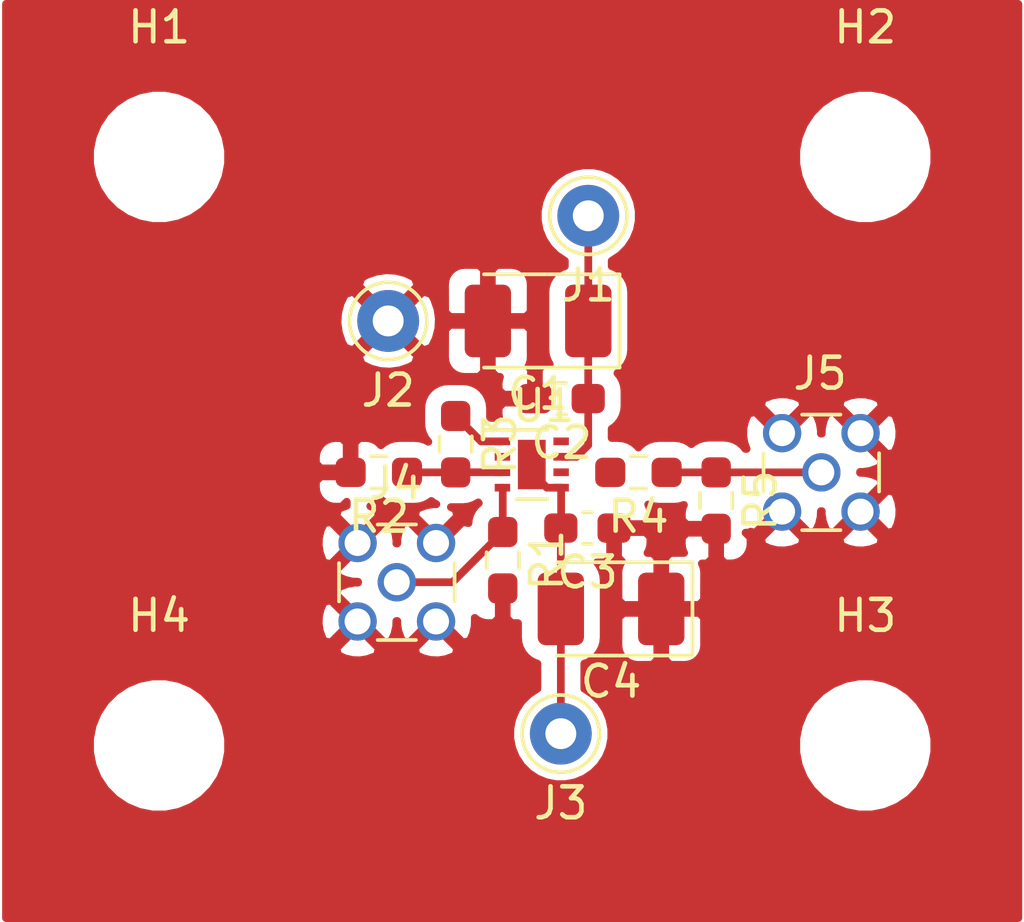
<source format=kicad_pcb>
(kicad_pcb (version 20171130) (host pcbnew "(5.1.9-0-10_14)")

  (general
    (thickness 1.6)
    (drawings 0)
    (tracks 26)
    (zones 0)
    (modules 19)
    (nets 9)
  )

  (page A4)
  (layers
    (0 F.Cu signal)
    (31 B.Cu signal)
    (32 B.Adhes user)
    (33 F.Adhes user)
    (34 B.Paste user)
    (35 F.Paste user)
    (36 B.SilkS user)
    (37 F.SilkS user)
    (38 B.Mask user)
    (39 F.Mask user)
    (40 Dwgs.User user)
    (41 Cmts.User user)
    (42 Eco1.User user)
    (43 Eco2.User user)
    (44 Edge.Cuts user)
    (45 Margin user)
    (46 B.CrtYd user)
    (47 F.CrtYd user)
    (48 B.Fab user)
    (49 F.Fab user)
  )

  (setup
    (last_trace_width 0.25)
    (trace_clearance 0.2)
    (zone_clearance 0.508)
    (zone_45_only no)
    (trace_min 0.2)
    (via_size 0.8)
    (via_drill 0.4)
    (via_min_size 0.4)
    (via_min_drill 0.3)
    (uvia_size 0.3)
    (uvia_drill 0.1)
    (uvias_allowed no)
    (uvia_min_size 0.2)
    (uvia_min_drill 0.1)
    (edge_width 0.05)
    (segment_width 0.2)
    (pcb_text_width 0.3)
    (pcb_text_size 1.5 1.5)
    (mod_edge_width 0.12)
    (mod_text_size 1 1)
    (mod_text_width 0.15)
    (pad_size 1.524 1.524)
    (pad_drill 0.762)
    (pad_to_mask_clearance 0)
    (aux_axis_origin 0 0)
    (visible_elements FFFFFF7F)
    (pcbplotparams
      (layerselection 0x010fc_ffffffff)
      (usegerberextensions false)
      (usegerberattributes true)
      (usegerberadvancedattributes true)
      (creategerberjobfile true)
      (excludeedgelayer true)
      (linewidth 0.100000)
      (plotframeref false)
      (viasonmask false)
      (mode 1)
      (useauxorigin false)
      (hpglpennumber 1)
      (hpglpenspeed 20)
      (hpglpendiameter 15.000000)
      (psnegative false)
      (psa4output false)
      (plotreference true)
      (plotvalue true)
      (plotinvisibletext false)
      (padsonsilk false)
      (subtractmaskfromsilk false)
      (outputformat 1)
      (mirror false)
      (drillshape 1)
      (scaleselection 1)
      (outputdirectory ""))
  )

  (net 0 "")
  (net 1 GND)
  (net 2 +2V5)
  (net 3 -2V5)
  (net 4 "Net-(J4-Pad1)")
  (net 5 "Net-(J5-Pad1)")
  (net 6 "Net-(R2-Pad1)")
  (net 7 "Net-(R3-Pad1)")
  (net 8 "Net-(R4-Pad2)")

  (net_class Default "This is the default net class."
    (clearance 0.2)
    (trace_width 0.25)
    (via_dia 0.8)
    (via_drill 0.4)
    (uvia_dia 0.3)
    (uvia_drill 0.1)
    (add_net +2V5)
    (add_net -2V5)
    (add_net GND)
    (add_net "Net-(J4-Pad1)")
    (add_net "Net-(J5-Pad1)")
    (add_net "Net-(R2-Pad1)")
    (add_net "Net-(R3-Pad1)")
    (add_net "Net-(R4-Pad2)")
  )

  (module Resistor_SMD:R_0603_1608Metric_Pad0.98x0.95mm_HandSolder (layer F.Cu) (tedit 5F68FEEE) (tstamp 60635F08)
    (at 114.554 106.3733 270)
    (descr "Resistor SMD 0603 (1608 Metric), square (rectangular) end terminal, IPC_7351 nominal with elongated pad for handsoldering. (Body size source: IPC-SM-782 page 72, https://www.pcb-3d.com/wordpress/wp-content/uploads/ipc-sm-782a_amendment_1_and_2.pdf), generated with kicad-footprint-generator")
    (tags "resistor handsolder")
    (path /606D5327)
    (attr smd)
    (fp_text reference R5 (at 0 -1.43 90) (layer F.SilkS)
      (effects (font (size 1 1) (thickness 0.15)))
    )
    (fp_text value 71.5R (at 0 1.43 90) (layer F.Fab)
      (effects (font (size 1 1) (thickness 0.15)))
    )
    (fp_line (start 1.65 0.73) (end -1.65 0.73) (layer F.CrtYd) (width 0.05))
    (fp_line (start 1.65 -0.73) (end 1.65 0.73) (layer F.CrtYd) (width 0.05))
    (fp_line (start -1.65 -0.73) (end 1.65 -0.73) (layer F.CrtYd) (width 0.05))
    (fp_line (start -1.65 0.73) (end -1.65 -0.73) (layer F.CrtYd) (width 0.05))
    (fp_line (start -0.254724 0.5225) (end 0.254724 0.5225) (layer F.SilkS) (width 0.12))
    (fp_line (start -0.254724 -0.5225) (end 0.254724 -0.5225) (layer F.SilkS) (width 0.12))
    (fp_line (start 0.8 0.4125) (end -0.8 0.4125) (layer F.Fab) (width 0.1))
    (fp_line (start 0.8 -0.4125) (end 0.8 0.4125) (layer F.Fab) (width 0.1))
    (fp_line (start -0.8 -0.4125) (end 0.8 -0.4125) (layer F.Fab) (width 0.1))
    (fp_line (start -0.8 0.4125) (end -0.8 -0.4125) (layer F.Fab) (width 0.1))
    (fp_text user %R (at 0 0 90) (layer F.Fab)
      (effects (font (size 0.4 0.4) (thickness 0.06)))
    )
    (pad 2 smd roundrect (at 0.9125 0 270) (size 0.975 0.95) (layers F.Cu F.Paste F.Mask) (roundrect_rratio 0.25)
      (net 1 GND))
    (pad 1 smd roundrect (at -0.9125 0 270) (size 0.975 0.95) (layers F.Cu F.Paste F.Mask) (roundrect_rratio 0.25)
      (net 5 "Net-(J5-Pad1)"))
    (model ${KISYS3DMOD}/Resistor_SMD.3dshapes/R_0603_1608Metric.wrl
      (at (xyz 0 0 0))
      (scale (xyz 1 1 1))
      (rotate (xyz 0 0 0))
    )
  )

  (module Resistor_SMD:R_0603_1608Metric_Pad0.98x0.95mm_HandSolder (layer F.Cu) (tedit 5F68FEEE) (tstamp 60635EF7)
    (at 112.0375 105.4608 180)
    (descr "Resistor SMD 0603 (1608 Metric), square (rectangular) end terminal, IPC_7351 nominal with elongated pad for handsoldering. (Body size source: IPC-SM-782 page 72, https://www.pcb-3d.com/wordpress/wp-content/uploads/ipc-sm-782a_amendment_1_and_2.pdf), generated with kicad-footprint-generator")
    (tags "resistor handsolder")
    (path /606D47F7)
    (attr smd)
    (fp_text reference R4 (at 0 -1.43) (layer F.SilkS)
      (effects (font (size 1 1) (thickness 0.15)))
    )
    (fp_text value 169R (at 0 1.43) (layer F.Fab)
      (effects (font (size 1 1) (thickness 0.15)))
    )
    (fp_line (start 1.65 0.73) (end -1.65 0.73) (layer F.CrtYd) (width 0.05))
    (fp_line (start 1.65 -0.73) (end 1.65 0.73) (layer F.CrtYd) (width 0.05))
    (fp_line (start -1.65 -0.73) (end 1.65 -0.73) (layer F.CrtYd) (width 0.05))
    (fp_line (start -1.65 0.73) (end -1.65 -0.73) (layer F.CrtYd) (width 0.05))
    (fp_line (start -0.254724 0.5225) (end 0.254724 0.5225) (layer F.SilkS) (width 0.12))
    (fp_line (start -0.254724 -0.5225) (end 0.254724 -0.5225) (layer F.SilkS) (width 0.12))
    (fp_line (start 0.8 0.4125) (end -0.8 0.4125) (layer F.Fab) (width 0.1))
    (fp_line (start 0.8 -0.4125) (end 0.8 0.4125) (layer F.Fab) (width 0.1))
    (fp_line (start -0.8 -0.4125) (end 0.8 -0.4125) (layer F.Fab) (width 0.1))
    (fp_line (start -0.8 0.4125) (end -0.8 -0.4125) (layer F.Fab) (width 0.1))
    (fp_text user %R (at 0 0) (layer F.Fab)
      (effects (font (size 0.4 0.4) (thickness 0.06)))
    )
    (pad 2 smd roundrect (at 0.9125 0 180) (size 0.975 0.95) (layers F.Cu F.Paste F.Mask) (roundrect_rratio 0.25)
      (net 8 "Net-(R4-Pad2)"))
    (pad 1 smd roundrect (at -0.9125 0 180) (size 0.975 0.95) (layers F.Cu F.Paste F.Mask) (roundrect_rratio 0.25)
      (net 5 "Net-(J5-Pad1)"))
    (model ${KISYS3DMOD}/Resistor_SMD.3dshapes/R_0603_1608Metric.wrl
      (at (xyz 0 0 0))
      (scale (xyz 1 1 1))
      (rotate (xyz 0 0 0))
    )
  )

  (module Resistor_SMD:R_0603_1608Metric_Pad0.98x0.95mm_HandSolder (layer F.Cu) (tedit 5F68FEEE) (tstamp 60635EE6)
    (at 106.1212 104.5483 270)
    (descr "Resistor SMD 0603 (1608 Metric), square (rectangular) end terminal, IPC_7351 nominal with elongated pad for handsoldering. (Body size source: IPC-SM-782 page 72, https://www.pcb-3d.com/wordpress/wp-content/uploads/ipc-sm-782a_amendment_1_and_2.pdf), generated with kicad-footprint-generator")
    (tags "resistor handsolder")
    (path /606D2D32)
    (attr smd)
    (fp_text reference R3 (at 0 -1.43 90) (layer F.SilkS)
      (effects (font (size 1 1) (thickness 0.15)))
    )
    (fp_text value 453R (at 0 1.43 90) (layer F.Fab)
      (effects (font (size 1 1) (thickness 0.15)))
    )
    (fp_line (start 1.65 0.73) (end -1.65 0.73) (layer F.CrtYd) (width 0.05))
    (fp_line (start 1.65 -0.73) (end 1.65 0.73) (layer F.CrtYd) (width 0.05))
    (fp_line (start -1.65 -0.73) (end 1.65 -0.73) (layer F.CrtYd) (width 0.05))
    (fp_line (start -1.65 0.73) (end -1.65 -0.73) (layer F.CrtYd) (width 0.05))
    (fp_line (start -0.254724 0.5225) (end 0.254724 0.5225) (layer F.SilkS) (width 0.12))
    (fp_line (start -0.254724 -0.5225) (end 0.254724 -0.5225) (layer F.SilkS) (width 0.12))
    (fp_line (start 0.8 0.4125) (end -0.8 0.4125) (layer F.Fab) (width 0.1))
    (fp_line (start 0.8 -0.4125) (end 0.8 0.4125) (layer F.Fab) (width 0.1))
    (fp_line (start -0.8 -0.4125) (end 0.8 -0.4125) (layer F.Fab) (width 0.1))
    (fp_line (start -0.8 0.4125) (end -0.8 -0.4125) (layer F.Fab) (width 0.1))
    (fp_text user %R (at 0 0 90) (layer F.Fab)
      (effects (font (size 0.4 0.4) (thickness 0.06)))
    )
    (pad 2 smd roundrect (at 0.9125 0 270) (size 0.975 0.95) (layers F.Cu F.Paste F.Mask) (roundrect_rratio 0.25)
      (net 6 "Net-(R2-Pad1)"))
    (pad 1 smd roundrect (at -0.9125 0 270) (size 0.975 0.95) (layers F.Cu F.Paste F.Mask) (roundrect_rratio 0.25)
      (net 7 "Net-(R3-Pad1)"))
    (model ${KISYS3DMOD}/Resistor_SMD.3dshapes/R_0603_1608Metric.wrl
      (at (xyz 0 0 0))
      (scale (xyz 1 1 1))
      (rotate (xyz 0 0 0))
    )
  )

  (module Resistor_SMD:R_0603_1608Metric_Pad0.98x0.95mm_HandSolder (layer F.Cu) (tedit 5F68FEEE) (tstamp 60635ED5)
    (at 103.6339 105.4608 180)
    (descr "Resistor SMD 0603 (1608 Metric), square (rectangular) end terminal, IPC_7351 nominal with elongated pad for handsoldering. (Body size source: IPC-SM-782 page 72, https://www.pcb-3d.com/wordpress/wp-content/uploads/ipc-sm-782a_amendment_1_and_2.pdf), generated with kicad-footprint-generator")
    (tags "resistor handsolder")
    (path /606D1023)
    (attr smd)
    (fp_text reference R2 (at 0 -1.43) (layer F.SilkS)
      (effects (font (size 1 1) (thickness 0.15)))
    )
    (fp_text value 75R (at 0 1.43) (layer F.Fab)
      (effects (font (size 1 1) (thickness 0.15)))
    )
    (fp_line (start 1.65 0.73) (end -1.65 0.73) (layer F.CrtYd) (width 0.05))
    (fp_line (start 1.65 -0.73) (end 1.65 0.73) (layer F.CrtYd) (width 0.05))
    (fp_line (start -1.65 -0.73) (end 1.65 -0.73) (layer F.CrtYd) (width 0.05))
    (fp_line (start -1.65 0.73) (end -1.65 -0.73) (layer F.CrtYd) (width 0.05))
    (fp_line (start -0.254724 0.5225) (end 0.254724 0.5225) (layer F.SilkS) (width 0.12))
    (fp_line (start -0.254724 -0.5225) (end 0.254724 -0.5225) (layer F.SilkS) (width 0.12))
    (fp_line (start 0.8 0.4125) (end -0.8 0.4125) (layer F.Fab) (width 0.1))
    (fp_line (start 0.8 -0.4125) (end 0.8 0.4125) (layer F.Fab) (width 0.1))
    (fp_line (start -0.8 -0.4125) (end 0.8 -0.4125) (layer F.Fab) (width 0.1))
    (fp_line (start -0.8 0.4125) (end -0.8 -0.4125) (layer F.Fab) (width 0.1))
    (fp_text user %R (at 0 0) (layer F.Fab)
      (effects (font (size 0.4 0.4) (thickness 0.06)))
    )
    (pad 2 smd roundrect (at 0.9125 0 180) (size 0.975 0.95) (layers F.Cu F.Paste F.Mask) (roundrect_rratio 0.25)
      (net 1 GND))
    (pad 1 smd roundrect (at -0.9125 0 180) (size 0.975 0.95) (layers F.Cu F.Paste F.Mask) (roundrect_rratio 0.25)
      (net 6 "Net-(R2-Pad1)"))
    (model ${KISYS3DMOD}/Resistor_SMD.3dshapes/R_0603_1608Metric.wrl
      (at (xyz 0 0 0))
      (scale (xyz 1 1 1))
      (rotate (xyz 0 0 0))
    )
  )

  (module Resistor_SMD:R_0603_1608Metric_Pad0.98x0.95mm_HandSolder (layer F.Cu) (tedit 5F68FEEE) (tstamp 60635EC4)
    (at 107.6452 108.3037 270)
    (descr "Resistor SMD 0603 (1608 Metric), square (rectangular) end terminal, IPC_7351 nominal with elongated pad for handsoldering. (Body size source: IPC-SM-782 page 72, https://www.pcb-3d.com/wordpress/wp-content/uploads/ipc-sm-782a_amendment_1_and_2.pdf), generated with kicad-footprint-generator")
    (tags "resistor handsolder")
    (path /606CDEB8)
    (attr smd)
    (fp_text reference R1 (at 0 -1.43 90) (layer F.SilkS)
      (effects (font (size 1 1) (thickness 0.15)))
    )
    (fp_text value 50R (at 0 1.43 90) (layer F.Fab)
      (effects (font (size 1 1) (thickness 0.15)))
    )
    (fp_line (start 1.65 0.73) (end -1.65 0.73) (layer F.CrtYd) (width 0.05))
    (fp_line (start 1.65 -0.73) (end 1.65 0.73) (layer F.CrtYd) (width 0.05))
    (fp_line (start -1.65 -0.73) (end 1.65 -0.73) (layer F.CrtYd) (width 0.05))
    (fp_line (start -1.65 0.73) (end -1.65 -0.73) (layer F.CrtYd) (width 0.05))
    (fp_line (start -0.254724 0.5225) (end 0.254724 0.5225) (layer F.SilkS) (width 0.12))
    (fp_line (start -0.254724 -0.5225) (end 0.254724 -0.5225) (layer F.SilkS) (width 0.12))
    (fp_line (start 0.8 0.4125) (end -0.8 0.4125) (layer F.Fab) (width 0.1))
    (fp_line (start 0.8 -0.4125) (end 0.8 0.4125) (layer F.Fab) (width 0.1))
    (fp_line (start -0.8 -0.4125) (end 0.8 -0.4125) (layer F.Fab) (width 0.1))
    (fp_line (start -0.8 0.4125) (end -0.8 -0.4125) (layer F.Fab) (width 0.1))
    (fp_text user %R (at 0 0 90) (layer F.Fab)
      (effects (font (size 0.4 0.4) (thickness 0.06)))
    )
    (pad 2 smd roundrect (at 0.9125 0 270) (size 0.975 0.95) (layers F.Cu F.Paste F.Mask) (roundrect_rratio 0.25)
      (net 1 GND))
    (pad 1 smd roundrect (at -0.9125 0 270) (size 0.975 0.95) (layers F.Cu F.Paste F.Mask) (roundrect_rratio 0.25)
      (net 4 "Net-(J4-Pad1)"))
    (model ${KISYS3DMOD}/Resistor_SMD.3dshapes/R_0603_1608Metric.wrl
      (at (xyz 0 0 0))
      (scale (xyz 1 1 1))
      (rotate (xyz 0 0 0))
    )
  )

  (module Connector_Coaxial:MMCX_Molex_73415-1471_Vertical (layer F.Cu) (tedit 5B4273E9) (tstamp 60635EB3)
    (at 117.9576 105.4608)
    (descr http://www.molex.com/pdm_docs/sd/734151471_sd.pdf)
    (tags "Molex MMCX Coaxial Connector 50 ohms Female Jack Vertical THT")
    (path /6069E75F)
    (fp_text reference J5 (at -0.04 -3.2) (layer F.SilkS)
      (effects (font (size 1 1) (thickness 0.15)))
    )
    (fp_text value Conn_Coaxial (at 0 3.2) (layer F.Fab)
      (effects (font (size 1 1) (thickness 0.15)))
    )
    (fp_line (start 0.62 1.87) (end -0.62 1.87) (layer F.SilkS) (width 0.12))
    (fp_line (start 0.62 -1.87) (end -0.62 -1.87) (layer F.SilkS) (width 0.12))
    (fp_line (start -1.87 0.62) (end -1.87 -0.62) (layer F.SilkS) (width 0.12))
    (fp_line (start -2.39 2.39) (end -2.39 -2.39) (layer F.CrtYd) (width 0.05))
    (fp_line (start 1.87 0.62) (end 1.87 -0.62) (layer F.SilkS) (width 0.12))
    (fp_line (start -1.755 1.755) (end 1.755 1.755) (layer F.Fab) (width 0.1))
    (fp_line (start -1.755 -1.755) (end 1.755 -1.755) (layer F.Fab) (width 0.1))
    (fp_line (start 1.755 -1.755) (end 1.755 1.755) (layer F.Fab) (width 0.1))
    (fp_line (start -1.755 -1.755) (end -1.755 1.755) (layer F.Fab) (width 0.1))
    (fp_line (start 2.39 2.39) (end 2.39 -2.39) (layer F.CrtYd) (width 0.05))
    (fp_line (start -2.39 -2.39) (end 2.39 -2.39) (layer F.CrtYd) (width 0.05))
    (fp_line (start -2.39 2.39) (end 2.39 2.39) (layer F.CrtYd) (width 0.05))
    (fp_text user %R (at 0 0) (layer F.Fab)
      (effects (font (size 0.8 0.8) (thickness 0.12)))
    )
    (pad 2 thru_hole circle (at -1.27 1.27) (size 1.24 1.24) (drill 0.84) (layers *.Cu *.Mask)
      (net 1 GND))
    (pad 2 thru_hole circle (at 1.27 -1.27) (size 1.24 1.24) (drill 0.84) (layers *.Cu *.Mask)
      (net 1 GND))
    (pad 2 thru_hole circle (at 1.27 1.27) (size 1.24 1.24) (drill 0.84) (layers *.Cu *.Mask)
      (net 1 GND))
    (pad 2 thru_hole circle (at -1.27 -1.27) (size 1.24 1.24) (drill 0.84) (layers *.Cu *.Mask)
      (net 1 GND))
    (pad 1 thru_hole circle (at 0 0) (size 1.24 1.24) (drill 0.84) (layers *.Cu *.Mask)
      (net 5 "Net-(J5-Pad1)"))
    (model ${KISYS3DMOD}/Connector_Coaxial.3dshapes/MMCX_Molex_73415-1471_Vertical.wrl
      (at (xyz 0 0 0))
      (scale (xyz 1 1 1))
      (rotate (xyz 0 0 0))
    )
  )

  (module Connector_Coaxial:MMCX_Molex_73415-1471_Vertical (layer F.Cu) (tedit 5B4273E9) (tstamp 60635E9D)
    (at 104.2162 109.0168)
    (descr http://www.molex.com/pdm_docs/sd/734151471_sd.pdf)
    (tags "Molex MMCX Coaxial Connector 50 ohms Female Jack Vertical THT")
    (path /6069F38D)
    (fp_text reference J4 (at -0.04 -3.2) (layer F.SilkS)
      (effects (font (size 1 1) (thickness 0.15)))
    )
    (fp_text value Conn_Coaxial (at 0 3.2) (layer F.Fab)
      (effects (font (size 1 1) (thickness 0.15)))
    )
    (fp_line (start 0.62 1.87) (end -0.62 1.87) (layer F.SilkS) (width 0.12))
    (fp_line (start 0.62 -1.87) (end -0.62 -1.87) (layer F.SilkS) (width 0.12))
    (fp_line (start -1.87 0.62) (end -1.87 -0.62) (layer F.SilkS) (width 0.12))
    (fp_line (start -2.39 2.39) (end -2.39 -2.39) (layer F.CrtYd) (width 0.05))
    (fp_line (start 1.87 0.62) (end 1.87 -0.62) (layer F.SilkS) (width 0.12))
    (fp_line (start -1.755 1.755) (end 1.755 1.755) (layer F.Fab) (width 0.1))
    (fp_line (start -1.755 -1.755) (end 1.755 -1.755) (layer F.Fab) (width 0.1))
    (fp_line (start 1.755 -1.755) (end 1.755 1.755) (layer F.Fab) (width 0.1))
    (fp_line (start -1.755 -1.755) (end -1.755 1.755) (layer F.Fab) (width 0.1))
    (fp_line (start 2.39 2.39) (end 2.39 -2.39) (layer F.CrtYd) (width 0.05))
    (fp_line (start -2.39 -2.39) (end 2.39 -2.39) (layer F.CrtYd) (width 0.05))
    (fp_line (start -2.39 2.39) (end 2.39 2.39) (layer F.CrtYd) (width 0.05))
    (fp_text user %R (at 0 0) (layer F.Fab)
      (effects (font (size 0.8 0.8) (thickness 0.12)))
    )
    (pad 2 thru_hole circle (at -1.27 1.27) (size 1.24 1.24) (drill 0.84) (layers *.Cu *.Mask)
      (net 1 GND))
    (pad 2 thru_hole circle (at 1.27 -1.27) (size 1.24 1.24) (drill 0.84) (layers *.Cu *.Mask)
      (net 1 GND))
    (pad 2 thru_hole circle (at 1.27 1.27) (size 1.24 1.24) (drill 0.84) (layers *.Cu *.Mask)
      (net 1 GND))
    (pad 2 thru_hole circle (at -1.27 -1.27) (size 1.24 1.24) (drill 0.84) (layers *.Cu *.Mask)
      (net 1 GND))
    (pad 1 thru_hole circle (at 0 0) (size 1.24 1.24) (drill 0.84) (layers *.Cu *.Mask)
      (net 4 "Net-(J4-Pad1)"))
    (model ${KISYS3DMOD}/Connector_Coaxial.3dshapes/MMCX_Molex_73415-1471_Vertical.wrl
      (at (xyz 0 0 0))
      (scale (xyz 1 1 1))
      (rotate (xyz 0 0 0))
    )
  )

  (module Connector_Pin:Pin_D1.0mm_L10.0mm (layer F.Cu) (tedit 5A1DC084) (tstamp 60635E87)
    (at 109.5248 113.919)
    (descr "solder Pin_ diameter 1.0mm, hole diameter 1.0mm (press fit), length 10.0mm")
    (tags "solder Pin_ press fit")
    (path /606E9E1F)
    (fp_text reference J3 (at 0 2.25) (layer F.SilkS)
      (effects (font (size 1 1) (thickness 0.15)))
    )
    (fp_text value -2.5VIN (at 0 -2.05) (layer F.Fab)
      (effects (font (size 1 1) (thickness 0.15)))
    )
    (fp_circle (center 0 0) (end 1.25 0.05) (layer F.SilkS) (width 0.12))
    (fp_circle (center 0 0) (end 1 0) (layer F.Fab) (width 0.12))
    (fp_circle (center 0 0) (end 0.5 0) (layer F.Fab) (width 0.12))
    (fp_circle (center 0 0) (end 1.5 0) (layer F.CrtYd) (width 0.05))
    (fp_text user %R (at 0 2.25) (layer F.Fab)
      (effects (font (size 1 1) (thickness 0.15)))
    )
    (pad 1 thru_hole circle (at 0 0) (size 2 2) (drill 1) (layers *.Cu *.Mask)
      (net 3 -2V5))
    (model ${KISYS3DMOD}/Connector_Pin.3dshapes/Pin_D1.0mm_L10.0mm.wrl
      (at (xyz 0 0 0))
      (scale (xyz 1 1 1))
      (rotate (xyz 0 0 0))
    )
  )

  (module Connector_Pin:Pin_D1.0mm_L10.0mm (layer F.Cu) (tedit 5A1DC084) (tstamp 60635E7D)
    (at 103.9368 100.5586)
    (descr "solder Pin_ diameter 1.0mm, hole diameter 1.0mm (press fit), length 10.0mm")
    (tags "solder Pin_ press fit")
    (path /60658945)
    (fp_text reference J2 (at 0 2.25) (layer F.SilkS)
      (effects (font (size 1 1) (thickness 0.15)))
    )
    (fp_text value GND (at 0 -2.05) (layer F.Fab)
      (effects (font (size 1 1) (thickness 0.15)))
    )
    (fp_circle (center 0 0) (end 1.25 0.05) (layer F.SilkS) (width 0.12))
    (fp_circle (center 0 0) (end 1 0) (layer F.Fab) (width 0.12))
    (fp_circle (center 0 0) (end 0.5 0) (layer F.Fab) (width 0.12))
    (fp_circle (center 0 0) (end 1.5 0) (layer F.CrtYd) (width 0.05))
    (fp_text user %R (at 0 2.25) (layer F.Fab)
      (effects (font (size 1 1) (thickness 0.15)))
    )
    (pad 1 thru_hole circle (at 0 0) (size 2 2) (drill 1) (layers *.Cu *.Mask)
      (net 1 GND))
    (model ${KISYS3DMOD}/Connector_Pin.3dshapes/Pin_D1.0mm_L10.0mm.wrl
      (at (xyz 0 0 0))
      (scale (xyz 1 1 1))
      (rotate (xyz 0 0 0))
    )
  )

  (module Connector_Pin:Pin_D1.0mm_L10.0mm (layer F.Cu) (tedit 5A1DC084) (tstamp 60635E73)
    (at 110.4138 97.155)
    (descr "solder Pin_ diameter 1.0mm, hole diameter 1.0mm (press fit), length 10.0mm")
    (tags "solder Pin_ press fit")
    (path /6065893F)
    (fp_text reference J1 (at 0 2.25) (layer F.SilkS)
      (effects (font (size 1 1) (thickness 0.15)))
    )
    (fp_text value +2.5VIN (at 0 -2.05) (layer F.Fab)
      (effects (font (size 1 1) (thickness 0.15)))
    )
    (fp_circle (center 0 0) (end 1.25 0.05) (layer F.SilkS) (width 0.12))
    (fp_circle (center 0 0) (end 1 0) (layer F.Fab) (width 0.12))
    (fp_circle (center 0 0) (end 0.5 0) (layer F.Fab) (width 0.12))
    (fp_circle (center 0 0) (end 1.5 0) (layer F.CrtYd) (width 0.05))
    (fp_text user %R (at 0 2.25) (layer F.Fab)
      (effects (font (size 1 1) (thickness 0.15)))
    )
    (pad 1 thru_hole circle (at 0 0) (size 2 2) (drill 1) (layers *.Cu *.Mask)
      (net 2 +2V5))
    (model ${KISYS3DMOD}/Connector_Pin.3dshapes/Pin_D1.0mm_L10.0mm.wrl
      (at (xyz 0 0 0))
      (scale (xyz 1 1 1))
      (rotate (xyz 0 0 0))
    )
  )

  (module MountingHole:MountingHole_3.2mm_M3 (layer F.Cu) (tedit 56D1B4CB) (tstamp 60635E69)
    (at 96.52 114.3)
    (descr "Mounting Hole 3.2mm, no annular, M3")
    (tags "mounting hole 3.2mm no annular m3")
    (path /60658911)
    (attr virtual)
    (fp_text reference H4 (at 0 -4.2) (layer F.SilkS)
      (effects (font (size 1 1) (thickness 0.15)))
    )
    (fp_text value MountingHole (at 0 4.2) (layer F.Fab)
      (effects (font (size 1 1) (thickness 0.15)))
    )
    (fp_circle (center 0 0) (end 3.45 0) (layer F.CrtYd) (width 0.05))
    (fp_circle (center 0 0) (end 3.2 0) (layer Cmts.User) (width 0.15))
    (fp_text user %R (at 0.3 0) (layer F.Fab)
      (effects (font (size 1 1) (thickness 0.15)))
    )
    (pad 1 np_thru_hole circle (at 0 0) (size 3.2 3.2) (drill 3.2) (layers *.Cu *.Mask))
  )

  (module MountingHole:MountingHole_3.2mm_M3 (layer F.Cu) (tedit 56D1B4CB) (tstamp 60635E61)
    (at 119.38 114.3)
    (descr "Mounting Hole 3.2mm, no annular, M3")
    (tags "mounting hole 3.2mm no annular m3")
    (path /60658905)
    (attr virtual)
    (fp_text reference H3 (at 0 -4.2) (layer F.SilkS)
      (effects (font (size 1 1) (thickness 0.15)))
    )
    (fp_text value MountingHole (at 0 4.2) (layer F.Fab)
      (effects (font (size 1 1) (thickness 0.15)))
    )
    (fp_circle (center 0 0) (end 3.45 0) (layer F.CrtYd) (width 0.05))
    (fp_circle (center 0 0) (end 3.2 0) (layer Cmts.User) (width 0.15))
    (fp_text user %R (at 0.3 0) (layer F.Fab)
      (effects (font (size 1 1) (thickness 0.15)))
    )
    (pad 1 np_thru_hole circle (at 0 0) (size 3.2 3.2) (drill 3.2) (layers *.Cu *.Mask))
  )

  (module MountingHole:MountingHole_3.2mm_M3 (layer F.Cu) (tedit 56D1B4CB) (tstamp 60635E59)
    (at 119.38 95.25)
    (descr "Mounting Hole 3.2mm, no annular, M3")
    (tags "mounting hole 3.2mm no annular m3")
    (path /6065890B)
    (attr virtual)
    (fp_text reference H2 (at 0 -4.2) (layer F.SilkS)
      (effects (font (size 1 1) (thickness 0.15)))
    )
    (fp_text value MountingHole (at 0 4.2) (layer F.Fab)
      (effects (font (size 1 1) (thickness 0.15)))
    )
    (fp_circle (center 0 0) (end 3.45 0) (layer F.CrtYd) (width 0.05))
    (fp_circle (center 0 0) (end 3.2 0) (layer Cmts.User) (width 0.15))
    (fp_text user %R (at 0.3 0) (layer F.Fab)
      (effects (font (size 1 1) (thickness 0.15)))
    )
    (pad 1 np_thru_hole circle (at 0 0) (size 3.2 3.2) (drill 3.2) (layers *.Cu *.Mask))
  )

  (module MountingHole:MountingHole_3.2mm_M3 (layer F.Cu) (tedit 56D1B4CB) (tstamp 60635E51)
    (at 96.52 95.25)
    (descr "Mounting Hole 3.2mm, no annular, M3")
    (tags "mounting hole 3.2mm no annular m3")
    (path /606588FF)
    (attr virtual)
    (fp_text reference H1 (at 0 -4.2) (layer F.SilkS)
      (effects (font (size 1 1) (thickness 0.15)))
    )
    (fp_text value MountingHole (at 0 4.2) (layer F.Fab)
      (effects (font (size 1 1) (thickness 0.15)))
    )
    (fp_circle (center 0 0) (end 3.45 0) (layer F.CrtYd) (width 0.05))
    (fp_circle (center 0 0) (end 3.2 0) (layer Cmts.User) (width 0.15))
    (fp_text user %R (at 0.3 0) (layer F.Fab)
      (effects (font (size 1 1) (thickness 0.15)))
    )
    (pad 1 np_thru_hole circle (at 0 0) (size 3.2 3.2) (drill 3.2) (layers *.Cu *.Mask))
  )

  (module Capacitor_Tantalum_SMD:CP_EIA-3528-21_Kemet-B_Pad1.50x2.35mm_HandSolder (layer F.Cu) (tedit 5EBA9318) (tstamp 60635E49)
    (at 111.151 109.8804 180)
    (descr "Tantalum Capacitor SMD Kemet-B (3528-21 Metric), IPC_7351 nominal, (Body size from: http://www.kemet.com/Lists/ProductCatalog/Attachments/253/KEM_TC101_STD.pdf), generated with kicad-footprint-generator")
    (tags "capacitor tantalum")
    (path /606A76BC)
    (attr smd)
    (fp_text reference C4 (at 0 -2.35) (layer F.SilkS)
      (effects (font (size 1 1) (thickness 0.15)))
    )
    (fp_text value 10uF (at 0 2.35) (layer F.Fab)
      (effects (font (size 1 1) (thickness 0.15)))
    )
    (fp_line (start 2.62 1.65) (end -2.62 1.65) (layer F.CrtYd) (width 0.05))
    (fp_line (start 2.62 -1.65) (end 2.62 1.65) (layer F.CrtYd) (width 0.05))
    (fp_line (start -2.62 -1.65) (end 2.62 -1.65) (layer F.CrtYd) (width 0.05))
    (fp_line (start -2.62 1.65) (end -2.62 -1.65) (layer F.CrtYd) (width 0.05))
    (fp_line (start -2.635 1.51) (end 1.75 1.51) (layer F.SilkS) (width 0.12))
    (fp_line (start -2.635 -1.51) (end -2.635 1.51) (layer F.SilkS) (width 0.12))
    (fp_line (start 1.75 -1.51) (end -2.635 -1.51) (layer F.SilkS) (width 0.12))
    (fp_line (start 1.75 1.4) (end 1.75 -1.4) (layer F.Fab) (width 0.1))
    (fp_line (start -1.75 1.4) (end 1.75 1.4) (layer F.Fab) (width 0.1))
    (fp_line (start -1.75 -0.7) (end -1.75 1.4) (layer F.Fab) (width 0.1))
    (fp_line (start -1.05 -1.4) (end -1.75 -0.7) (layer F.Fab) (width 0.1))
    (fp_line (start 1.75 -1.4) (end -1.05 -1.4) (layer F.Fab) (width 0.1))
    (fp_text user %R (at 0 0) (layer F.Fab)
      (effects (font (size 0.88 0.88) (thickness 0.13)))
    )
    (pad 2 smd roundrect (at 1.625 0 180) (size 1.5 2.35) (layers F.Cu F.Paste F.Mask) (roundrect_rratio 0.166667)
      (net 3 -2V5))
    (pad 1 smd roundrect (at -1.625 0 180) (size 1.5 2.35) (layers F.Cu F.Paste F.Mask) (roundrect_rratio 0.166667)
      (net 1 GND))
    (model ${KISYS3DMOD}/Capacitor_Tantalum_SMD.3dshapes/CP_EIA-3528-21_Kemet-B.wrl
      (at (xyz 0 0 0))
      (scale (xyz 1 1 1))
      (rotate (xyz 0 0 0))
    )
  )

  (module Capacitor_SMD:C_0603_1608Metric_Pad1.08x0.95mm_HandSolder (layer F.Cu) (tedit 5F68FEEF) (tstamp 60635E36)
    (at 110.3873 107.2642 180)
    (descr "Capacitor SMD 0603 (1608 Metric), square (rectangular) end terminal, IPC_7351 nominal with elongated pad for handsoldering. (Body size source: IPC-SM-782 page 76, https://www.pcb-3d.com/wordpress/wp-content/uploads/ipc-sm-782a_amendment_1_and_2.pdf), generated with kicad-footprint-generator")
    (tags "capacitor handsolder")
    (path /606A6771)
    (attr smd)
    (fp_text reference C3 (at 0 -1.43) (layer F.SilkS)
      (effects (font (size 1 1) (thickness 0.15)))
    )
    (fp_text value 100nF (at 0 1.43) (layer F.Fab)
      (effects (font (size 1 1) (thickness 0.15)))
    )
    (fp_line (start 1.65 0.73) (end -1.65 0.73) (layer F.CrtYd) (width 0.05))
    (fp_line (start 1.65 -0.73) (end 1.65 0.73) (layer F.CrtYd) (width 0.05))
    (fp_line (start -1.65 -0.73) (end 1.65 -0.73) (layer F.CrtYd) (width 0.05))
    (fp_line (start -1.65 0.73) (end -1.65 -0.73) (layer F.CrtYd) (width 0.05))
    (fp_line (start -0.146267 0.51) (end 0.146267 0.51) (layer F.SilkS) (width 0.12))
    (fp_line (start -0.146267 -0.51) (end 0.146267 -0.51) (layer F.SilkS) (width 0.12))
    (fp_line (start 0.8 0.4) (end -0.8 0.4) (layer F.Fab) (width 0.1))
    (fp_line (start 0.8 -0.4) (end 0.8 0.4) (layer F.Fab) (width 0.1))
    (fp_line (start -0.8 -0.4) (end 0.8 -0.4) (layer F.Fab) (width 0.1))
    (fp_line (start -0.8 0.4) (end -0.8 -0.4) (layer F.Fab) (width 0.1))
    (fp_text user %R (at 0 0) (layer F.Fab)
      (effects (font (size 0.4 0.4) (thickness 0.06)))
    )
    (pad 2 smd roundrect (at 0.8625 0 180) (size 1.075 0.95) (layers F.Cu F.Paste F.Mask) (roundrect_rratio 0.25)
      (net 3 -2V5))
    (pad 1 smd roundrect (at -0.8625 0 180) (size 1.075 0.95) (layers F.Cu F.Paste F.Mask) (roundrect_rratio 0.25)
      (net 1 GND))
    (model ${KISYS3DMOD}/Capacitor_SMD.3dshapes/C_0603_1608Metric.wrl
      (at (xyz 0 0 0))
      (scale (xyz 1 1 1))
      (rotate (xyz 0 0 0))
    )
  )

  (module Capacitor_SMD:C_0603_1608Metric_Pad1.08x0.95mm_HandSolder (layer F.Cu) (tedit 5F68FEEF) (tstamp 60635E25)
    (at 109.5491 103.0732 180)
    (descr "Capacitor SMD 0603 (1608 Metric), square (rectangular) end terminal, IPC_7351 nominal with elongated pad for handsoldering. (Body size source: IPC-SM-782 page 76, https://www.pcb-3d.com/wordpress/wp-content/uploads/ipc-sm-782a_amendment_1_and_2.pdf), generated with kicad-footprint-generator")
    (tags "capacitor handsolder")
    (path /606A21D1)
    (attr smd)
    (fp_text reference C2 (at 0 -1.43) (layer F.SilkS)
      (effects (font (size 1 1) (thickness 0.15)))
    )
    (fp_text value 100nF (at 0 1.43) (layer F.Fab)
      (effects (font (size 1 1) (thickness 0.15)))
    )
    (fp_line (start 1.65 0.73) (end -1.65 0.73) (layer F.CrtYd) (width 0.05))
    (fp_line (start 1.65 -0.73) (end 1.65 0.73) (layer F.CrtYd) (width 0.05))
    (fp_line (start -1.65 -0.73) (end 1.65 -0.73) (layer F.CrtYd) (width 0.05))
    (fp_line (start -1.65 0.73) (end -1.65 -0.73) (layer F.CrtYd) (width 0.05))
    (fp_line (start -0.146267 0.51) (end 0.146267 0.51) (layer F.SilkS) (width 0.12))
    (fp_line (start -0.146267 -0.51) (end 0.146267 -0.51) (layer F.SilkS) (width 0.12))
    (fp_line (start 0.8 0.4) (end -0.8 0.4) (layer F.Fab) (width 0.1))
    (fp_line (start 0.8 -0.4) (end 0.8 0.4) (layer F.Fab) (width 0.1))
    (fp_line (start -0.8 -0.4) (end 0.8 -0.4) (layer F.Fab) (width 0.1))
    (fp_line (start -0.8 0.4) (end -0.8 -0.4) (layer F.Fab) (width 0.1))
    (fp_text user %R (at 0 0) (layer F.Fab)
      (effects (font (size 0.4 0.4) (thickness 0.06)))
    )
    (pad 2 smd roundrect (at 0.8625 0 180) (size 1.075 0.95) (layers F.Cu F.Paste F.Mask) (roundrect_rratio 0.25)
      (net 1 GND))
    (pad 1 smd roundrect (at -0.8625 0 180) (size 1.075 0.95) (layers F.Cu F.Paste F.Mask) (roundrect_rratio 0.25)
      (net 2 +2V5))
    (model ${KISYS3DMOD}/Capacitor_SMD.3dshapes/C_0603_1608Metric.wrl
      (at (xyz 0 0 0))
      (scale (xyz 1 1 1))
      (rotate (xyz 0 0 0))
    )
  )

  (module Capacitor_Tantalum_SMD:CP_EIA-3528-21_Kemet-B_Pad1.50x2.35mm_HandSolder (layer F.Cu) (tedit 5EBA9318) (tstamp 60635E14)
    (at 108.7888 100.5586 180)
    (descr "Tantalum Capacitor SMD Kemet-B (3528-21 Metric), IPC_7351 nominal, (Body size from: http://www.kemet.com/Lists/ProductCatalog/Attachments/253/KEM_TC101_STD.pdf), generated with kicad-footprint-generator")
    (tags "capacitor tantalum")
    (path /6069D7E4)
    (attr smd)
    (fp_text reference C1 (at 0 -2.35) (layer F.SilkS)
      (effects (font (size 1 1) (thickness 0.15)))
    )
    (fp_text value 10uF (at 0 2.35) (layer F.Fab)
      (effects (font (size 1 1) (thickness 0.15)))
    )
    (fp_line (start 2.62 1.65) (end -2.62 1.65) (layer F.CrtYd) (width 0.05))
    (fp_line (start 2.62 -1.65) (end 2.62 1.65) (layer F.CrtYd) (width 0.05))
    (fp_line (start -2.62 -1.65) (end 2.62 -1.65) (layer F.CrtYd) (width 0.05))
    (fp_line (start -2.62 1.65) (end -2.62 -1.65) (layer F.CrtYd) (width 0.05))
    (fp_line (start -2.635 1.51) (end 1.75 1.51) (layer F.SilkS) (width 0.12))
    (fp_line (start -2.635 -1.51) (end -2.635 1.51) (layer F.SilkS) (width 0.12))
    (fp_line (start 1.75 -1.51) (end -2.635 -1.51) (layer F.SilkS) (width 0.12))
    (fp_line (start 1.75 1.4) (end 1.75 -1.4) (layer F.Fab) (width 0.1))
    (fp_line (start -1.75 1.4) (end 1.75 1.4) (layer F.Fab) (width 0.1))
    (fp_line (start -1.75 -0.7) (end -1.75 1.4) (layer F.Fab) (width 0.1))
    (fp_line (start -1.05 -1.4) (end -1.75 -0.7) (layer F.Fab) (width 0.1))
    (fp_line (start 1.75 -1.4) (end -1.05 -1.4) (layer F.Fab) (width 0.1))
    (fp_text user %R (at 0 0) (layer F.Fab)
      (effects (font (size 0.88 0.88) (thickness 0.13)))
    )
    (pad 2 smd roundrect (at 1.625 0 180) (size 1.5 2.35) (layers F.Cu F.Paste F.Mask) (roundrect_rratio 0.166667)
      (net 1 GND))
    (pad 1 smd roundrect (at -1.625 0 180) (size 1.5 2.35) (layers F.Cu F.Paste F.Mask) (roundrect_rratio 0.166667)
      (net 2 +2V5))
    (model ${KISYS3DMOD}/Capacitor_Tantalum_SMD.3dshapes/CP_EIA-3528-21_Kemet-B.wrl
      (at (xyz 0 0 0))
      (scale (xyz 1 1 1))
      (rotate (xyz 0 0 0))
    )
  )

  (module Package_SON:WSON-8-1EP_2x2mm_P0.5mm_EP0.9x1.6mm (layer F.Cu) (tedit 5A65F6A7) (tstamp 6063447B)
    (at 108.585 105.2068)
    (descr "8-Lead Plastic WSON, 2x2mm Body, 0.5mm Pitch, WSON-8, http://www.ti.com/lit/ds/symlink/lm27761.pdf")
    (tags "WSON 8 1EP")
    (path /60635367)
    (attr smd)
    (fp_text reference U1 (at 0.38 -1.9) (layer F.SilkS)
      (effects (font (size 1 1) (thickness 0.15)))
    )
    (fp_text value OPA855xDSG (at 0.01 2.14) (layer F.Fab)
      (effects (font (size 1 1) (thickness 0.15)))
    )
    (fp_line (start -0.5 -1) (end -1 -0.5) (layer F.Fab) (width 0.1))
    (fp_line (start -1 1) (end -1 -0.5) (layer F.Fab) (width 0.1))
    (fp_line (start 1 1) (end -1 1) (layer F.Fab) (width 0.1))
    (fp_line (start 1 -1) (end 1 1) (layer F.Fab) (width 0.1))
    (fp_line (start -0.5 -1) (end 1 -1) (layer F.Fab) (width 0.1))
    (fp_line (start -1.6 -1.25) (end -1.6 1.25) (layer F.CrtYd) (width 0.05))
    (fp_line (start 1.6 -1.25) (end 1.6 1.25) (layer F.CrtYd) (width 0.05))
    (fp_line (start -1.6 -1.25) (end 1.6 -1.25) (layer F.CrtYd) (width 0.05))
    (fp_line (start -1.6 1.25) (end 1.6 1.25) (layer F.CrtYd) (width 0.05))
    (fp_line (start 0.5 1.12) (end -0.5 1.12) (layer F.SilkS) (width 0.12))
    (fp_line (start -1.5 -1.12) (end 0.5 -1.12) (layer F.SilkS) (width 0.12))
    (fp_text user %R (at 0 0) (layer F.Fab)
      (effects (font (size 0.7 0.7) (thickness 0.1)))
    )
    (pad "" smd rect (at 0 -0.4) (size 0.75 0.65) (layers F.Paste))
    (pad "" smd rect (at 0 0.4) (size 0.75 0.65) (layers F.Paste))
    (pad 6 smd rect (at 0.95 0.25) (size 0.5 0.25) (layers F.Cu F.Paste F.Mask)
      (net 8 "Net-(R4-Pad2)"))
    (pad 5 smd rect (at 0.95 0.75) (size 0.5 0.25) (layers F.Cu F.Paste F.Mask)
      (net 3 -2V5))
    (pad 4 smd rect (at -0.95 0.75) (size 0.5 0.25) (layers F.Cu F.Paste F.Mask)
      (net 4 "Net-(J4-Pad1)"))
    (pad 2 smd rect (at -0.95 -0.25) (size 0.5 0.25) (layers F.Cu F.Paste F.Mask))
    (pad 1 smd rect (at -0.95 -0.75) (size 0.5 0.25) (layers F.Cu F.Paste F.Mask)
      (net 7 "Net-(R3-Pad1)"))
    (pad 9 smd rect (at 0 0) (size 0.9 1.6) (layers F.Cu F.Mask)
      (net 3 -2V5))
    (pad 8 smd rect (at 0.95 -0.75) (size 0.5 0.25) (layers F.Cu F.Paste F.Mask))
    (pad 7 smd rect (at 0.95 -0.25) (size 0.5 0.25) (layers F.Cu F.Paste F.Mask)
      (net 2 +2V5))
    (pad 3 smd rect (at -0.95 0.25) (size 0.5 0.25) (layers F.Cu F.Paste F.Mask)
      (net 6 "Net-(R2-Pad1)"))
    (model ${KISYS3DMOD}/Package_SON.3dshapes/WSON-8-1EP_2x2mm_P0.5mm_EP0.9x1.6mm.wrl
      (at (xyz 0 0 0))
      (scale (xyz 1 1 1))
      (rotate (xyz 0 0 0))
    )
  )

  (segment (start 110.035 104.9568) (end 110.4116 104.5802) (width 0.25) (layer F.Cu) (net 2))
  (segment (start 110.4116 104.5802) (end 110.4116 103.0732) (width 0.25) (layer F.Cu) (net 2))
  (segment (start 109.535 104.9568) (end 110.035 104.9568) (width 0.25) (layer F.Cu) (net 2))
  (segment (start 110.4116 100.5608) (end 110.4138 100.5586) (width 0.25) (layer F.Cu) (net 2))
  (segment (start 110.4116 103.0732) (end 110.4116 100.5608) (width 0.25) (layer F.Cu) (net 2))
  (segment (start 110.4138 100.5586) (end 110.4138 97.155) (width 0.25) (layer F.Cu) (net 2))
  (segment (start 109.535 107.254) (end 109.5248 107.2642) (width 0.25) (layer F.Cu) (net 3))
  (segment (start 109.535 105.9568) (end 109.535 107.254) (width 0.25) (layer F.Cu) (net 3))
  (segment (start 108.585 105.466802) (end 108.585 105.2068) (width 0.25) (layer F.Cu) (net 3))
  (segment (start 109.074998 105.9568) (end 108.585 105.466802) (width 0.25) (layer F.Cu) (net 3))
  (segment (start 109.535 105.9568) (end 109.074998 105.9568) (width 0.25) (layer F.Cu) (net 3))
  (segment (start 109.5248 109.8792) (end 109.526 109.8804) (width 0.25) (layer F.Cu) (net 3))
  (segment (start 109.5248 107.2642) (end 109.5248 109.8792) (width 0.25) (layer F.Cu) (net 3))
  (segment (start 109.526 113.9178) (end 109.5248 113.919) (width 0.25) (layer F.Cu) (net 3))
  (segment (start 109.526 109.8804) (end 109.526 113.9178) (width 0.25) (layer F.Cu) (net 3))
  (segment (start 106.0196 109.0168) (end 107.6452 107.3912) (width 0.25) (layer F.Cu) (net 4))
  (segment (start 104.2162 109.0168) (end 106.0196 109.0168) (width 0.25) (layer F.Cu) (net 4))
  (segment (start 107.6452 105.967) (end 107.635 105.9568) (width 0.25) (layer F.Cu) (net 4))
  (segment (start 107.6452 107.3912) (end 107.6452 105.967) (width 0.25) (layer F.Cu) (net 4))
  (segment (start 112.95 105.4608) (end 114.554 105.4608) (width 0.25) (layer F.Cu) (net 5))
  (segment (start 114.554 105.4608) (end 117.9576 105.4608) (width 0.25) (layer F.Cu) (net 5))
  (segment (start 106.1252 105.4568) (end 106.1212 105.4608) (width 0.25) (layer F.Cu) (net 6))
  (segment (start 107.635 105.4568) (end 106.1252 105.4568) (width 0.25) (layer F.Cu) (net 6))
  (segment (start 106.1212 105.4608) (end 104.5464 105.4608) (width 0.25) (layer F.Cu) (net 6))
  (segment (start 106.9422 104.4568) (end 106.1212 103.6358) (width 0.25) (layer F.Cu) (net 7))
  (segment (start 107.635 104.4568) (end 106.9422 104.4568) (width 0.25) (layer F.Cu) (net 7))

  (zone (net 1) (net_name GND) (layer F.Cu) (tstamp 0) (hatch edge 0.508)
    (connect_pads (clearance 0.508))
    (min_thickness 0.254)
    (fill yes (arc_segments 32) (thermal_gap 0.508) (thermal_bridge_width 0.508))
    (polygon
      (pts
        (xy 124.46 120.015) (xy 91.44 120.015) (xy 91.44 90.17) (xy 124.46 90.17)
      )
    )
    (filled_polygon
      (pts
        (xy 124.333 119.888) (xy 91.567 119.888) (xy 91.567 114.079872) (xy 94.285 114.079872) (xy 94.285 114.520128)
        (xy 94.37089 114.951925) (xy 94.539369 115.358669) (xy 94.783962 115.724729) (xy 95.095271 116.036038) (xy 95.461331 116.280631)
        (xy 95.868075 116.44911) (xy 96.299872 116.535) (xy 96.740128 116.535) (xy 97.171925 116.44911) (xy 97.578669 116.280631)
        (xy 97.944729 116.036038) (xy 98.256038 115.724729) (xy 98.500631 115.358669) (xy 98.66911 114.951925) (xy 98.755 114.520128)
        (xy 98.755 114.079872) (xy 98.66911 113.648075) (xy 98.500631 113.241331) (xy 98.256038 112.875271) (xy 97.944729 112.563962)
        (xy 97.578669 112.319369) (xy 97.171925 112.15089) (xy 96.740128 112.065) (xy 96.299872 112.065) (xy 95.868075 112.15089)
        (xy 95.461331 112.319369) (xy 95.095271 112.563962) (xy 94.783962 112.875271) (xy 94.539369 113.241331) (xy 94.37089 113.648075)
        (xy 94.285 114.079872) (xy 91.567 114.079872) (xy 91.567 111.150872) (xy 102.261733 111.150872) (xy 102.311474 111.376491)
        (xy 102.536258 111.479382) (xy 102.776796 111.536442) (xy 103.023845 111.54548) (xy 103.267909 111.506147) (xy 103.49961 111.419956)
        (xy 103.580926 111.376491) (xy 103.630667 111.150872) (xy 104.801733 111.150872) (xy 104.851474 111.376491) (xy 105.076258 111.479382)
        (xy 105.316796 111.536442) (xy 105.563845 111.54548) (xy 105.807909 111.506147) (xy 106.03961 111.419956) (xy 106.120926 111.376491)
        (xy 106.170667 111.150872) (xy 105.4862 110.466405) (xy 104.801733 111.150872) (xy 103.630667 111.150872) (xy 102.9462 110.466405)
        (xy 102.261733 111.150872) (xy 91.567 111.150872) (xy 91.567 110.364445) (xy 101.68752 110.364445) (xy 101.726853 110.608509)
        (xy 101.813044 110.84021) (xy 101.856509 110.921526) (xy 102.082128 110.971267) (xy 102.766595 110.2868) (xy 102.082128 109.602333)
        (xy 101.856509 109.652074) (xy 101.753618 109.876858) (xy 101.696558 110.117396) (xy 101.68752 110.364445) (xy 91.567 110.364445)
        (xy 91.567 107.824445) (xy 101.68752 107.824445) (xy 101.726853 108.068509) (xy 101.813044 108.30021) (xy 101.856509 108.381526)
        (xy 102.082128 108.431267) (xy 102.766595 107.7468) (xy 102.082128 107.062333) (xy 101.856509 107.112074) (xy 101.753618 107.336858)
        (xy 101.696558 107.577396) (xy 101.68752 107.824445) (xy 91.567 107.824445) (xy 91.567 105.9358) (xy 101.595828 105.9358)
        (xy 101.608088 106.060282) (xy 101.644398 106.17998) (xy 101.703363 106.290294) (xy 101.782715 106.386985) (xy 101.879406 106.466337)
        (xy 101.98972 106.525302) (xy 102.109418 106.561612) (xy 102.2339 106.573872) (xy 102.43565 106.5708) (xy 102.594398 106.412052)
        (xy 102.594398 106.538647) (xy 102.39279 106.613644) (xy 102.311474 106.657109) (xy 102.261733 106.882728) (xy 102.9462 107.567195)
        (xy 103.630667 106.882728) (xy 103.580926 106.657109) (xy 103.356786 106.554513) (xy 103.45308 106.525302) (xy 103.563394 106.466337)
        (xy 103.660085 106.386985) (xy 103.701117 106.336988) (xy 103.809958 106.426312) (xy 103.961333 106.507223) (xy 104.125584 106.557048)
        (xy 104.2964 106.573872) (xy 104.7964 106.573872) (xy 104.967216 106.557048) (xy 105.131467 106.507223) (xy 105.282842 106.426312)
        (xy 105.332434 106.385612) (xy 105.397258 106.438812) (xy 105.495455 106.491299) (xy 105.408555 106.48812) (xy 105.164491 106.527453)
        (xy 104.93279 106.613644) (xy 104.851474 106.657109) (xy 104.801733 106.882728) (xy 105.4862 107.567195) (xy 106.170667 106.882728)
        (xy 106.120926 106.657109) (xy 105.966388 106.586372) (xy 106.3587 106.586372) (xy 106.529516 106.569548) (xy 106.693767 106.519723)
        (xy 106.845142 106.438812) (xy 106.852556 106.432727) (xy 106.854463 106.436294) (xy 106.870014 106.455243) (xy 106.788577 106.522077)
        (xy 106.679688 106.654758) (xy 106.598777 106.806133) (xy 106.548952 106.970384) (xy 106.535866 107.10325) (xy 106.350272 107.062333)
        (xy 105.665805 107.7468) (xy 105.679948 107.760943) (xy 105.500343 107.940548) (xy 105.4862 107.926405) (xy 105.472058 107.940548)
        (xy 105.292453 107.760943) (xy 105.306595 107.7468) (xy 104.622128 107.062333) (xy 104.396509 107.112074) (xy 104.293618 107.336858)
        (xy 104.236558 107.577396) (xy 104.229812 107.7618) (xy 104.201491 107.7618) (xy 104.20488 107.669155) (xy 104.165547 107.425091)
        (xy 104.079356 107.19339) (xy 104.035891 107.112074) (xy 103.810272 107.062333) (xy 103.125805 107.7468) (xy 103.139948 107.760943)
        (xy 102.960343 107.940548) (xy 102.9462 107.926405) (xy 102.261733 108.610872) (xy 102.311474 108.836491) (xy 102.536258 108.939382)
        (xy 102.776796 108.996442) (xy 102.9612 109.003188) (xy 102.9612 109.031509) (xy 102.868555 109.02812) (xy 102.624491 109.067453)
        (xy 102.39279 109.153644) (xy 102.311474 109.197109) (xy 102.261733 109.422728) (xy 102.9462 110.107195) (xy 102.960343 110.093053)
        (xy 103.139948 110.272658) (xy 103.125805 110.2868) (xy 103.810272 110.971267) (xy 104.035891 110.921526) (xy 104.138782 110.696742)
        (xy 104.195842 110.456204) (xy 104.202588 110.2718) (xy 104.230909 110.2718) (xy 104.22752 110.364445) (xy 104.266853 110.608509)
        (xy 104.353044 110.84021) (xy 104.396509 110.921526) (xy 104.622128 110.971267) (xy 105.306595 110.2868) (xy 105.292453 110.272658)
        (xy 105.472058 110.093053) (xy 105.4862 110.107195) (xy 105.500343 110.093053) (xy 105.679948 110.272658) (xy 105.665805 110.2868)
        (xy 106.350272 110.971267) (xy 106.575891 110.921526) (xy 106.678782 110.696742) (xy 106.735842 110.456204) (xy 106.74488 110.209155)
        (xy 106.738743 110.171075) (xy 106.815706 110.234237) (xy 106.92602 110.293202) (xy 107.045718 110.329512) (xy 107.1702 110.341772)
        (xy 107.35945 110.3387) (xy 107.5182 110.17995) (xy 107.5182 109.3432) (xy 107.4982 109.3432) (xy 107.4982 109.0892)
        (xy 107.5182 109.0892) (xy 107.5182 109.0692) (xy 107.7722 109.0692) (xy 107.7722 109.0892) (xy 107.7922 109.0892)
        (xy 107.7922 109.3432) (xy 107.7722 109.3432) (xy 107.7722 110.17995) (xy 107.93095 110.3387) (xy 108.1202 110.341772)
        (xy 108.137928 110.340026) (xy 108.137928 110.8054) (xy 108.154992 110.978654) (xy 108.205528 111.14525) (xy 108.287595 111.298786)
        (xy 108.398038 111.433362) (xy 108.532614 111.543805) (xy 108.68615 111.625872) (xy 108.766 111.650094) (xy 108.766001 112.463594)
        (xy 108.750337 112.470082) (xy 108.482548 112.649013) (xy 108.254813 112.876748) (xy 108.075882 113.144537) (xy 107.952632 113.442088)
        (xy 107.8898 113.757967) (xy 107.8898 114.080033) (xy 107.952632 114.395912) (xy 108.075882 114.693463) (xy 108.254813 114.961252)
        (xy 108.482548 115.188987) (xy 108.750337 115.367918) (xy 109.047888 115.491168) (xy 109.363767 115.554) (xy 109.685833 115.554)
        (xy 110.001712 115.491168) (xy 110.299263 115.367918) (xy 110.567052 115.188987) (xy 110.794787 114.961252) (xy 110.973718 114.693463)
        (xy 111.096968 114.395912) (xy 111.1598 114.080033) (xy 111.1598 114.079872) (xy 117.145 114.079872) (xy 117.145 114.520128)
        (xy 117.23089 114.951925) (xy 117.399369 115.358669) (xy 117.643962 115.724729) (xy 117.955271 116.036038) (xy 118.321331 116.280631)
        (xy 118.728075 116.44911) (xy 119.159872 116.535) (xy 119.600128 116.535) (xy 120.031925 116.44911) (xy 120.438669 116.280631)
        (xy 120.804729 116.036038) (xy 121.116038 115.724729) (xy 121.360631 115.358669) (xy 121.52911 114.951925) (xy 121.615 114.520128)
        (xy 121.615 114.079872) (xy 121.52911 113.648075) (xy 121.360631 113.241331) (xy 121.116038 112.875271) (xy 120.804729 112.563962)
        (xy 120.438669 112.319369) (xy 120.031925 112.15089) (xy 119.600128 112.065) (xy 119.159872 112.065) (xy 118.728075 112.15089)
        (xy 118.321331 112.319369) (xy 117.955271 112.563962) (xy 117.643962 112.875271) (xy 117.399369 113.241331) (xy 117.23089 113.648075)
        (xy 117.145 114.079872) (xy 111.1598 114.079872) (xy 111.1598 113.757967) (xy 111.096968 113.442088) (xy 110.973718 113.144537)
        (xy 110.794787 112.876748) (xy 110.567052 112.649013) (xy 110.299263 112.470082) (xy 110.286 112.464588) (xy 110.286 111.650094)
        (xy 110.36585 111.625872) (xy 110.519386 111.543805) (xy 110.653962 111.433362) (xy 110.764405 111.298786) (xy 110.846472 111.14525)
        (xy 110.873727 111.0554) (xy 111.387928 111.0554) (xy 111.400188 111.179882) (xy 111.436498 111.29958) (xy 111.495463 111.409894)
        (xy 111.574815 111.506585) (xy 111.671506 111.585937) (xy 111.78182 111.644902) (xy 111.901518 111.681212) (xy 112.026 111.693472)
        (xy 112.49025 111.6904) (xy 112.649 111.53165) (xy 112.649 110.0074) (xy 112.903 110.0074) (xy 112.903 111.53165)
        (xy 113.06175 111.6904) (xy 113.526 111.693472) (xy 113.650482 111.681212) (xy 113.77018 111.644902) (xy 113.880494 111.585937)
        (xy 113.977185 111.506585) (xy 114.056537 111.409894) (xy 114.115502 111.29958) (xy 114.151812 111.179882) (xy 114.164072 111.0554)
        (xy 114.161 110.16615) (xy 114.00225 110.0074) (xy 112.903 110.0074) (xy 112.649 110.0074) (xy 111.54975 110.0074)
        (xy 111.391 110.16615) (xy 111.387928 111.0554) (xy 110.873727 111.0554) (xy 110.897008 110.978654) (xy 110.914072 110.8054)
        (xy 110.914072 108.9554) (xy 110.897008 108.782146) (xy 110.846472 108.61555) (xy 110.764405 108.462014) (xy 110.693326 108.375403)
        (xy 110.7123 108.377272) (xy 110.96405 108.3742) (xy 111.1228 108.21545) (xy 111.1228 107.3912) (xy 111.3768 107.3912)
        (xy 111.3768 108.21545) (xy 111.503033 108.341683) (xy 111.495463 108.350906) (xy 111.436498 108.46122) (xy 111.400188 108.580918)
        (xy 111.387928 108.7054) (xy 111.391 109.59465) (xy 111.54975 109.7534) (xy 112.649 109.7534) (xy 112.649 108.22915)
        (xy 112.903 108.22915) (xy 112.903 109.7534) (xy 114.00225 109.7534) (xy 114.161 109.59465) (xy 114.164072 108.7054)
        (xy 114.151812 108.580918) (xy 114.115502 108.46122) (xy 114.088772 108.411213) (xy 114.26825 108.4083) (xy 114.427 108.24955)
        (xy 114.427 107.4128) (xy 113.60275 107.4128) (xy 113.444 107.57155) (xy 113.440928 107.7733) (xy 113.453188 107.897782)
        (xy 113.489498 108.01748) (xy 113.516177 108.067393) (xy 113.06175 108.0704) (xy 112.903 108.22915) (xy 112.649 108.22915)
        (xy 112.49025 108.0704) (xy 112.330852 108.069345) (xy 112.376802 107.98338) (xy 112.413112 107.863682) (xy 112.425372 107.7392)
        (xy 112.4223 107.54995) (xy 112.26355 107.3912) (xy 111.3768 107.3912) (xy 111.1228 107.3912) (xy 111.1028 107.3912)
        (xy 111.1028 107.1372) (xy 111.1228 107.1372) (xy 111.1228 107.1172) (xy 111.3768 107.1172) (xy 111.3768 107.1372)
        (xy 112.26355 107.1372) (xy 112.4223 106.97845) (xy 112.425372 106.7892) (xy 112.413112 106.664718) (xy 112.376802 106.54502)
        (xy 112.353265 106.500986) (xy 112.364933 106.507223) (xy 112.529184 106.557048) (xy 112.7 106.573872) (xy 113.2 106.573872)
        (xy 113.370816 106.557048) (xy 113.510598 106.514646) (xy 113.489498 106.55412) (xy 113.453188 106.673818) (xy 113.440928 106.7983)
        (xy 113.444 107.00005) (xy 113.60275 107.1588) (xy 114.427 107.1588) (xy 114.427 107.1388) (xy 114.681 107.1388)
        (xy 114.681 107.1588) (xy 114.701 107.1588) (xy 114.701 107.4128) (xy 114.681 107.4128) (xy 114.681 108.24955)
        (xy 114.83975 108.4083) (xy 115.029 108.411372) (xy 115.153482 108.399112) (xy 115.27318 108.362802) (xy 115.383494 108.303837)
        (xy 115.480185 108.224485) (xy 115.559537 108.127794) (xy 115.618502 108.01748) (xy 115.654812 107.897782) (xy 115.667072 107.7733)
        (xy 115.664356 107.594872) (xy 116.003133 107.594872) (xy 116.052874 107.820491) (xy 116.277658 107.923382) (xy 116.518196 107.980442)
        (xy 116.765245 107.98948) (xy 117.009309 107.950147) (xy 117.24101 107.863956) (xy 117.322326 107.820491) (xy 117.372067 107.594872)
        (xy 118.543133 107.594872) (xy 118.592874 107.820491) (xy 118.817658 107.923382) (xy 119.058196 107.980442) (xy 119.305245 107.98948)
        (xy 119.549309 107.950147) (xy 119.78101 107.863956) (xy 119.862326 107.820491) (xy 119.912067 107.594872) (xy 119.2276 106.910405)
        (xy 118.543133 107.594872) (xy 117.372067 107.594872) (xy 116.6876 106.910405) (xy 116.003133 107.594872) (xy 115.664356 107.594872)
        (xy 115.664 107.57155) (xy 115.505252 107.412802) (xy 115.664 107.412802) (xy 115.664 107.380097) (xy 115.823528 107.415267)
        (xy 116.507995 106.7308) (xy 116.493853 106.716658) (xy 116.673458 106.537053) (xy 116.6876 106.551195) (xy 116.701743 106.537053)
        (xy 116.881348 106.716658) (xy 116.867205 106.7308) (xy 117.551672 107.415267) (xy 117.777291 107.365526) (xy 117.880182 107.140742)
        (xy 117.937242 106.900204) (xy 117.943988 106.7158) (xy 117.972309 106.7158) (xy 117.96892 106.808445) (xy 118.008253 107.052509)
        (xy 118.094444 107.28421) (xy 118.137909 107.365526) (xy 118.363528 107.415267) (xy 119.047995 106.7308) (xy 119.407205 106.7308)
        (xy 120.091672 107.415267) (xy 120.317291 107.365526) (xy 120.420182 107.140742) (xy 120.477242 106.900204) (xy 120.48628 106.653155)
        (xy 120.446947 106.409091) (xy 120.360756 106.17739) (xy 120.317291 106.096074) (xy 120.091672 106.046333) (xy 119.407205 106.7308)
        (xy 119.047995 106.7308) (xy 119.033853 106.716658) (xy 119.213458 106.537053) (xy 119.2276 106.551195) (xy 119.912067 105.866728)
        (xy 119.862326 105.641109) (xy 119.637542 105.538218) (xy 119.397004 105.481158) (xy 119.2126 105.474412) (xy 119.2126 105.446091)
        (xy 119.305245 105.44948) (xy 119.549309 105.410147) (xy 119.78101 105.323956) (xy 119.862326 105.280491) (xy 119.912067 105.054872)
        (xy 119.2276 104.370405) (xy 119.213458 104.384548) (xy 119.033853 104.204943) (xy 119.047995 104.1908) (xy 119.407205 104.1908)
        (xy 120.091672 104.875267) (xy 120.317291 104.825526) (xy 120.420182 104.600742) (xy 120.477242 104.360204) (xy 120.48628 104.113155)
        (xy 120.446947 103.869091) (xy 120.360756 103.63739) (xy 120.317291 103.556074) (xy 120.091672 103.506333) (xy 119.407205 104.1908)
        (xy 119.047995 104.1908) (xy 118.363528 103.506333) (xy 118.137909 103.556074) (xy 118.035018 103.780858) (xy 117.977958 104.021396)
        (xy 117.971212 104.2058) (xy 117.942891 104.2058) (xy 117.94628 104.113155) (xy 117.906947 103.869091) (xy 117.820756 103.63739)
        (xy 117.777291 103.556074) (xy 117.551672 103.506333) (xy 116.867205 104.1908) (xy 116.881348 104.204943) (xy 116.701743 104.384548)
        (xy 116.6876 104.370405) (xy 116.673458 104.384548) (xy 116.493853 104.204943) (xy 116.507995 104.1908) (xy 115.823528 103.506333)
        (xy 115.597909 103.556074) (xy 115.495018 103.780858) (xy 115.437958 104.021396) (xy 115.42892 104.268445) (xy 115.468253 104.512509)
        (xy 115.538296 104.7008) (xy 115.500178 104.7008) (xy 115.410623 104.591677) (xy 115.277942 104.482788) (xy 115.126567 104.401877)
        (xy 114.962316 104.352052) (xy 114.7915 104.335228) (xy 114.3165 104.335228) (xy 114.145684 104.352052) (xy 113.981433 104.401877)
        (xy 113.830058 104.482788) (xy 113.750634 104.54797) (xy 113.686442 104.495288) (xy 113.535067 104.414377) (xy 113.370816 104.364552)
        (xy 113.2 104.347728) (xy 112.7 104.347728) (xy 112.529184 104.364552) (xy 112.364933 104.414377) (xy 112.213558 104.495288)
        (xy 112.080877 104.604177) (xy 112.0375 104.657032) (xy 111.994123 104.604177) (xy 111.861442 104.495288) (xy 111.710067 104.414377)
        (xy 111.545816 104.364552) (xy 111.375 104.347728) (xy 111.1716 104.347728) (xy 111.1716 104.052845) (xy 111.198042 104.038712)
        (xy 111.330723 103.929823) (xy 111.439612 103.797142) (xy 111.520523 103.645767) (xy 111.570348 103.481516) (xy 111.585593 103.326728)
        (xy 116.003133 103.326728) (xy 116.6876 104.011195) (xy 117.372067 103.326728) (xy 118.543133 103.326728) (xy 119.2276 104.011195)
        (xy 119.912067 103.326728) (xy 119.862326 103.101109) (xy 119.637542 102.998218) (xy 119.397004 102.941158) (xy 119.149955 102.93212)
        (xy 118.905891 102.971453) (xy 118.67419 103.057644) (xy 118.592874 103.101109) (xy 118.543133 103.326728) (xy 117.372067 103.326728)
        (xy 117.322326 103.101109) (xy 117.097542 102.998218) (xy 116.857004 102.941158) (xy 116.609955 102.93212) (xy 116.365891 102.971453)
        (xy 116.13419 103.057644) (xy 116.052874 103.101109) (xy 116.003133 103.326728) (xy 111.585593 103.326728) (xy 111.587172 103.3107)
        (xy 111.587172 102.8357) (xy 111.570348 102.664884) (xy 111.520523 102.500633) (xy 111.439612 102.349258) (xy 111.357134 102.248759)
        (xy 111.407186 102.222005) (xy 111.541762 102.111562) (xy 111.652205 101.976986) (xy 111.734272 101.82345) (xy 111.784808 101.656854)
        (xy 111.801872 101.4836) (xy 111.801872 99.6336) (xy 111.784808 99.460346) (xy 111.734272 99.29375) (xy 111.652205 99.140214)
        (xy 111.541762 99.005638) (xy 111.407186 98.895195) (xy 111.25365 98.813128) (xy 111.1738 98.788906) (xy 111.1738 98.609909)
        (xy 111.188263 98.603918) (xy 111.456052 98.424987) (xy 111.683787 98.197252) (xy 111.862718 97.929463) (xy 111.985968 97.631912)
        (xy 112.0488 97.316033) (xy 112.0488 96.993967) (xy 111.985968 96.678088) (xy 111.862718 96.380537) (xy 111.683787 96.112748)
        (xy 111.456052 95.885013) (xy 111.188263 95.706082) (xy 110.890712 95.582832) (xy 110.574833 95.52) (xy 110.252767 95.52)
        (xy 109.936888 95.582832) (xy 109.639337 95.706082) (xy 109.371548 95.885013) (xy 109.143813 96.112748) (xy 108.964882 96.380537)
        (xy 108.841632 96.678088) (xy 108.7788 96.993967) (xy 108.7788 97.316033) (xy 108.841632 97.631912) (xy 108.964882 97.929463)
        (xy 109.143813 98.197252) (xy 109.371548 98.424987) (xy 109.639337 98.603918) (xy 109.653801 98.609909) (xy 109.653801 98.788906)
        (xy 109.57395 98.813128) (xy 109.420414 98.895195) (xy 109.285838 99.005638) (xy 109.175395 99.140214) (xy 109.093328 99.29375)
        (xy 109.042792 99.460346) (xy 109.025728 99.6336) (xy 109.025728 101.4836) (xy 109.042792 101.656854) (xy 109.093328 101.82345)
        (xy 109.166758 101.960828) (xy 108.97235 101.9632) (xy 108.8136 102.12195) (xy 108.8136 102.9462) (xy 108.8336 102.9462)
        (xy 108.8336 103.2002) (xy 108.8136 103.2002) (xy 108.8136 103.2202) (xy 108.5596 103.2202) (xy 108.5596 103.2002)
        (xy 107.67285 103.2002) (xy 107.5141 103.35895) (xy 107.511028 103.5482) (xy 107.523288 103.672682) (xy 107.529672 103.693728)
        (xy 107.385 103.693728) (xy 107.353808 103.6968) (xy 107.257002 103.6968) (xy 107.234272 103.67407) (xy 107.234272 103.3858)
        (xy 107.217448 103.214984) (xy 107.167623 103.050733) (xy 107.086712 102.899358) (xy 106.977823 102.766677) (xy 106.845142 102.657788)
        (xy 106.693767 102.576877) (xy 106.529516 102.527052) (xy 106.3587 102.510228) (xy 105.8837 102.510228) (xy 105.712884 102.527052)
        (xy 105.548633 102.576877) (xy 105.397258 102.657788) (xy 105.264577 102.766677) (xy 105.155688 102.899358) (xy 105.074777 103.050733)
        (xy 105.024952 103.214984) (xy 105.008128 103.3858) (xy 105.008128 103.8858) (xy 105.024952 104.056616) (xy 105.074777 104.220867)
        (xy 105.155688 104.372242) (xy 105.236217 104.470367) (xy 105.131467 104.414377) (xy 104.967216 104.364552) (xy 104.7964 104.347728)
        (xy 104.2964 104.347728) (xy 104.125584 104.364552) (xy 103.961333 104.414377) (xy 103.809958 104.495288) (xy 103.701117 104.584612)
        (xy 103.660085 104.534615) (xy 103.563394 104.455263) (xy 103.45308 104.396298) (xy 103.333382 104.359988) (xy 103.2089 104.347728)
        (xy 103.00715 104.3508) (xy 102.8484 104.50955) (xy 102.8484 105.3338) (xy 102.8684 105.3338) (xy 102.8684 105.5878)
        (xy 102.8484 105.5878) (xy 102.8484 105.6078) (xy 102.5944 105.6078) (xy 102.5944 105.5878) (xy 101.75765 105.5878)
        (xy 101.5989 105.74655) (xy 101.595828 105.9358) (xy 91.567 105.9358) (xy 91.567 104.9858) (xy 101.595828 104.9858)
        (xy 101.5989 105.17505) (xy 101.75765 105.3338) (xy 102.5944 105.3338) (xy 102.5944 104.50955) (xy 102.43565 104.3508)
        (xy 102.2339 104.347728) (xy 102.109418 104.359988) (xy 101.98972 104.396298) (xy 101.879406 104.455263) (xy 101.782715 104.534615)
        (xy 101.703363 104.631306) (xy 101.644398 104.74162) (xy 101.608088 104.861318) (xy 101.595828 104.9858) (xy 91.567 104.9858)
        (xy 91.567 101.694013) (xy 102.980992 101.694013) (xy 103.076756 101.958414) (xy 103.366371 102.099304) (xy 103.677908 102.180984)
        (xy 103.999395 102.200318) (xy 104.318475 102.156561) (xy 104.622888 102.051395) (xy 104.796844 101.958414) (xy 104.878269 101.7336)
        (xy 105.775728 101.7336) (xy 105.787988 101.858082) (xy 105.824298 101.97778) (xy 105.883263 102.088094) (xy 105.962615 102.184785)
        (xy 106.059306 102.264137) (xy 106.16962 102.323102) (xy 106.289318 102.359412) (xy 106.4138 102.371672) (xy 106.87805 102.3686)
        (xy 107.0368 102.20985) (xy 107.0368 100.6856) (xy 107.2908 100.6856) (xy 107.2908 102.20985) (xy 107.44955 102.3686)
        (xy 107.554964 102.369298) (xy 107.523288 102.473718) (xy 107.511028 102.5982) (xy 107.5141 102.78745) (xy 107.67285 102.9462)
        (xy 108.5596 102.9462) (xy 108.5596 102.12195) (xy 108.472694 102.035044) (xy 108.503302 101.97778) (xy 108.539612 101.858082)
        (xy 108.551872 101.7336) (xy 108.5488 100.84435) (xy 108.39005 100.6856) (xy 107.2908 100.6856) (xy 107.0368 100.6856)
        (xy 105.93755 100.6856) (xy 105.7788 100.84435) (xy 105.775728 101.7336) (xy 104.878269 101.7336) (xy 104.892608 101.694013)
        (xy 103.9368 100.738205) (xy 102.980992 101.694013) (xy 91.567 101.694013) (xy 91.567 100.621195) (xy 102.295082 100.621195)
        (xy 102.338839 100.940275) (xy 102.444005 101.244688) (xy 102.536986 101.418644) (xy 102.801387 101.514408) (xy 103.757195 100.5586)
        (xy 104.116405 100.5586) (xy 105.072213 101.514408) (xy 105.336614 101.418644) (xy 105.477504 101.129029) (xy 105.559184 100.817492)
        (xy 105.578518 100.496005) (xy 105.534761 100.176925) (xy 105.429595 99.872512) (xy 105.336614 99.698556) (xy 105.072213 99.602792)
        (xy 104.116405 100.5586) (xy 103.757195 100.5586) (xy 102.801387 99.602792) (xy 102.536986 99.698556) (xy 102.396096 99.988171)
        (xy 102.314416 100.299708) (xy 102.295082 100.621195) (xy 91.567 100.621195) (xy 91.567 99.423187) (xy 102.980992 99.423187)
        (xy 103.9368 100.378995) (xy 104.892608 99.423187) (xy 104.87827 99.3836) (xy 105.775728 99.3836) (xy 105.7788 100.27285)
        (xy 105.93755 100.4316) (xy 107.0368 100.4316) (xy 107.0368 98.90735) (xy 107.2908 98.90735) (xy 107.2908 100.4316)
        (xy 108.39005 100.4316) (xy 108.5488 100.27285) (xy 108.551872 99.3836) (xy 108.539612 99.259118) (xy 108.503302 99.13942)
        (xy 108.444337 99.029106) (xy 108.364985 98.932415) (xy 108.268294 98.853063) (xy 108.15798 98.794098) (xy 108.038282 98.757788)
        (xy 107.9138 98.745528) (xy 107.44955 98.7486) (xy 107.2908 98.90735) (xy 107.0368 98.90735) (xy 106.87805 98.7486)
        (xy 106.4138 98.745528) (xy 106.289318 98.757788) (xy 106.16962 98.794098) (xy 106.059306 98.853063) (xy 105.962615 98.932415)
        (xy 105.883263 99.029106) (xy 105.824298 99.13942) (xy 105.787988 99.259118) (xy 105.775728 99.3836) (xy 104.87827 99.3836)
        (xy 104.796844 99.158786) (xy 104.507229 99.017896) (xy 104.195692 98.936216) (xy 103.874205 98.916882) (xy 103.555125 98.960639)
        (xy 103.250712 99.065805) (xy 103.076756 99.158786) (xy 102.980992 99.423187) (xy 91.567 99.423187) (xy 91.567 95.029872)
        (xy 94.285 95.029872) (xy 94.285 95.470128) (xy 94.37089 95.901925) (xy 94.539369 96.308669) (xy 94.783962 96.674729)
        (xy 95.095271 96.986038) (xy 95.461331 97.230631) (xy 95.868075 97.39911) (xy 96.299872 97.485) (xy 96.740128 97.485)
        (xy 97.171925 97.39911) (xy 97.578669 97.230631) (xy 97.944729 96.986038) (xy 98.256038 96.674729) (xy 98.500631 96.308669)
        (xy 98.66911 95.901925) (xy 98.755 95.470128) (xy 98.755 95.029872) (xy 117.145 95.029872) (xy 117.145 95.470128)
        (xy 117.23089 95.901925) (xy 117.399369 96.308669) (xy 117.643962 96.674729) (xy 117.955271 96.986038) (xy 118.321331 97.230631)
        (xy 118.728075 97.39911) (xy 119.159872 97.485) (xy 119.600128 97.485) (xy 120.031925 97.39911) (xy 120.438669 97.230631)
        (xy 120.804729 96.986038) (xy 121.116038 96.674729) (xy 121.360631 96.308669) (xy 121.52911 95.901925) (xy 121.615 95.470128)
        (xy 121.615 95.029872) (xy 121.52911 94.598075) (xy 121.360631 94.191331) (xy 121.116038 93.825271) (xy 120.804729 93.513962)
        (xy 120.438669 93.269369) (xy 120.031925 93.10089) (xy 119.600128 93.015) (xy 119.159872 93.015) (xy 118.728075 93.10089)
        (xy 118.321331 93.269369) (xy 117.955271 93.513962) (xy 117.643962 93.825271) (xy 117.399369 94.191331) (xy 117.23089 94.598075)
        (xy 117.145 95.029872) (xy 98.755 95.029872) (xy 98.66911 94.598075) (xy 98.500631 94.191331) (xy 98.256038 93.825271)
        (xy 97.944729 93.513962) (xy 97.578669 93.269369) (xy 97.171925 93.10089) (xy 96.740128 93.015) (xy 96.299872 93.015)
        (xy 95.868075 93.10089) (xy 95.461331 93.269369) (xy 95.095271 93.513962) (xy 94.783962 93.825271) (xy 94.539369 94.191331)
        (xy 94.37089 94.598075) (xy 94.285 95.029872) (xy 91.567 95.029872) (xy 91.567 90.297) (xy 124.333 90.297)
      )
    )
  )
)

</source>
